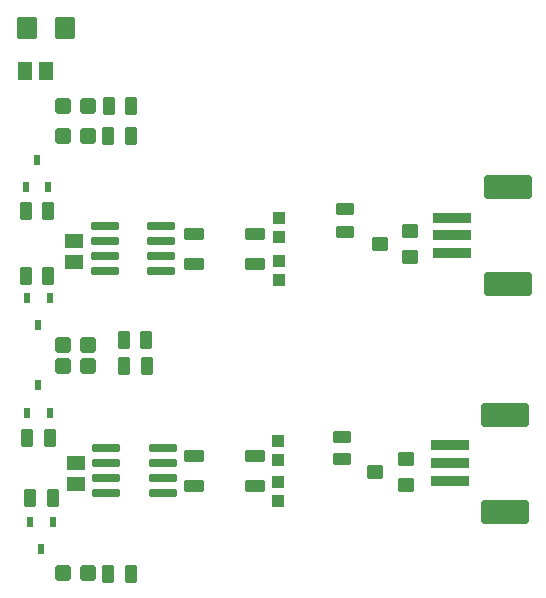
<source format=gtp>
G04*
G04 #@! TF.GenerationSoftware,Altium Limited,Altium Designer,19.1.7 (138)*
G04*
G04 Layer_Color=8421504*
%FSAX25Y25*%
%MOIN*%
G70*
G01*
G75*
G04:AMPARAMS|DCode=14|XSize=47.24mil|YSize=55.12mil|CornerRadius=4.72mil|HoleSize=0mil|Usage=FLASHONLY|Rotation=270.000|XOffset=0mil|YOffset=0mil|HoleType=Round|Shape=RoundedRectangle|*
%AMROUNDEDRECTD14*
21,1,0.04724,0.04567,0,0,270.0*
21,1,0.03780,0.05512,0,0,270.0*
1,1,0.00945,-0.02284,-0.01890*
1,1,0.00945,-0.02284,0.01890*
1,1,0.00945,0.02284,0.01890*
1,1,0.00945,0.02284,-0.01890*
%
%ADD14ROUNDEDRECTD14*%
G04:AMPARAMS|DCode=15|XSize=24.61mil|YSize=93.5mil|CornerRadius=2.46mil|HoleSize=0mil|Usage=FLASHONLY|Rotation=90.000|XOffset=0mil|YOffset=0mil|HoleType=Round|Shape=RoundedRectangle|*
%AMROUNDEDRECTD15*
21,1,0.02461,0.08858,0,0,90.0*
21,1,0.01968,0.09350,0,0,90.0*
1,1,0.00492,0.04429,0.00984*
1,1,0.00492,0.04429,-0.00984*
1,1,0.00492,-0.04429,-0.00984*
1,1,0.00492,-0.04429,0.00984*
%
%ADD15ROUNDEDRECTD15*%
G04:AMPARAMS|DCode=16|XSize=41.34mil|YSize=59.06mil|CornerRadius=4.13mil|HoleSize=0mil|Usage=FLASHONLY|Rotation=0.000|XOffset=0mil|YOffset=0mil|HoleType=Round|Shape=RoundedRectangle|*
%AMROUNDEDRECTD16*
21,1,0.04134,0.05079,0,0,0.0*
21,1,0.03307,0.05906,0,0,0.0*
1,1,0.00827,0.01654,-0.02539*
1,1,0.00827,-0.01654,-0.02539*
1,1,0.00827,-0.01654,0.02539*
1,1,0.00827,0.01654,0.02539*
%
%ADD16ROUNDEDRECTD16*%
G04:AMPARAMS|DCode=17|XSize=41.34mil|YSize=59.06mil|CornerRadius=4.13mil|HoleSize=0mil|Usage=FLASHONLY|Rotation=90.000|XOffset=0mil|YOffset=0mil|HoleType=Round|Shape=RoundedRectangle|*
%AMROUNDEDRECTD17*
21,1,0.04134,0.05079,0,0,90.0*
21,1,0.03307,0.05906,0,0,90.0*
1,1,0.00827,0.02539,0.01654*
1,1,0.00827,0.02539,-0.01654*
1,1,0.00827,-0.02539,-0.01654*
1,1,0.00827,-0.02539,0.01654*
%
%ADD17ROUNDEDRECTD17*%
%ADD18R,0.02362X0.03543*%
G04:AMPARAMS|DCode=19|XSize=35.43mil|YSize=125.98mil|CornerRadius=3.54mil|HoleSize=0mil|Usage=FLASHONLY|Rotation=90.000|XOffset=0mil|YOffset=0mil|HoleType=Round|Shape=RoundedRectangle|*
%AMROUNDEDRECTD19*
21,1,0.03543,0.11890,0,0,90.0*
21,1,0.02835,0.12598,0,0,90.0*
1,1,0.00709,0.05945,0.01417*
1,1,0.00709,0.05945,-0.01417*
1,1,0.00709,-0.05945,-0.01417*
1,1,0.00709,-0.05945,0.01417*
%
%ADD19ROUNDEDRECTD19*%
G04:AMPARAMS|DCode=20|XSize=78.74mil|YSize=157.48mil|CornerRadius=7.87mil|HoleSize=0mil|Usage=FLASHONLY|Rotation=90.000|XOffset=0mil|YOffset=0mil|HoleType=Round|Shape=RoundedRectangle|*
%AMROUNDEDRECTD20*
21,1,0.07874,0.14173,0,0,90.0*
21,1,0.06299,0.15748,0,0,90.0*
1,1,0.01575,0.07087,0.03150*
1,1,0.01575,0.07087,-0.03150*
1,1,0.01575,-0.07087,-0.03150*
1,1,0.01575,-0.07087,0.03150*
%
%ADD20ROUNDEDRECTD20*%
G04:AMPARAMS|DCode=21|XSize=51.18mil|YSize=51.18mil|CornerRadius=5.12mil|HoleSize=0mil|Usage=FLASHONLY|Rotation=180.000|XOffset=0mil|YOffset=0mil|HoleType=Round|Shape=RoundedRectangle|*
%AMROUNDEDRECTD21*
21,1,0.05118,0.04095,0,0,180.0*
21,1,0.04095,0.05118,0,0,180.0*
1,1,0.01024,-0.02047,0.02047*
1,1,0.01024,0.02047,0.02047*
1,1,0.01024,0.02047,-0.02047*
1,1,0.01024,-0.02047,-0.02047*
%
%ADD21ROUNDEDRECTD21*%
G04:AMPARAMS|DCode=22|XSize=66.93mil|YSize=37.4mil|CornerRadius=3.74mil|HoleSize=0mil|Usage=FLASHONLY|Rotation=0.000|XOffset=0mil|YOffset=0mil|HoleType=Round|Shape=RoundedRectangle|*
%AMROUNDEDRECTD22*
21,1,0.06693,0.02992,0,0,0.0*
21,1,0.05945,0.03740,0,0,0.0*
1,1,0.00748,0.02972,-0.01496*
1,1,0.00748,-0.02972,-0.01496*
1,1,0.00748,-0.02972,0.01496*
1,1,0.00748,0.02972,0.01496*
%
%ADD22ROUNDEDRECTD22*%
G04:AMPARAMS|DCode=23|XSize=74.8mil|YSize=68.9mil|CornerRadius=6.89mil|HoleSize=0mil|Usage=FLASHONLY|Rotation=270.000|XOffset=0mil|YOffset=0mil|HoleType=Round|Shape=RoundedRectangle|*
%AMROUNDEDRECTD23*
21,1,0.07480,0.05512,0,0,270.0*
21,1,0.06102,0.06890,0,0,270.0*
1,1,0.01378,-0.02756,-0.03051*
1,1,0.01378,-0.02756,0.03051*
1,1,0.01378,0.02756,0.03051*
1,1,0.01378,0.02756,-0.03051*
%
%ADD23ROUNDEDRECTD23*%
G04:AMPARAMS|DCode=24|XSize=49.21mil|YSize=62.99mil|CornerRadius=4.92mil|HoleSize=0mil|Usage=FLASHONLY|Rotation=270.000|XOffset=0mil|YOffset=0mil|HoleType=Round|Shape=RoundedRectangle|*
%AMROUNDEDRECTD24*
21,1,0.04921,0.05315,0,0,270.0*
21,1,0.03937,0.06299,0,0,270.0*
1,1,0.00984,-0.02657,-0.01968*
1,1,0.00984,-0.02657,0.01968*
1,1,0.00984,0.02657,0.01968*
1,1,0.00984,0.02657,-0.01968*
%
%ADD24ROUNDEDRECTD24*%
G04:AMPARAMS|DCode=25|XSize=43.31mil|YSize=39.37mil|CornerRadius=3.94mil|HoleSize=0mil|Usage=FLASHONLY|Rotation=180.000|XOffset=0mil|YOffset=0mil|HoleType=Round|Shape=RoundedRectangle|*
%AMROUNDEDRECTD25*
21,1,0.04331,0.03150,0,0,180.0*
21,1,0.03543,0.03937,0,0,180.0*
1,1,0.00787,-0.01772,0.01575*
1,1,0.00787,0.01772,0.01575*
1,1,0.00787,0.01772,-0.01575*
1,1,0.00787,-0.01772,-0.01575*
%
%ADD25ROUNDEDRECTD25*%
G04:AMPARAMS|DCode=26|XSize=49.21mil|YSize=62.99mil|CornerRadius=4.92mil|HoleSize=0mil|Usage=FLASHONLY|Rotation=180.000|XOffset=0mil|YOffset=0mil|HoleType=Round|Shape=RoundedRectangle|*
%AMROUNDEDRECTD26*
21,1,0.04921,0.05315,0,0,180.0*
21,1,0.03937,0.06299,0,0,180.0*
1,1,0.00984,-0.01968,0.02657*
1,1,0.00984,0.01968,0.02657*
1,1,0.00984,0.01968,-0.02657*
1,1,0.00984,-0.01968,-0.02657*
%
%ADD26ROUNDEDRECTD26*%
D14*
X0168718Y0050908D02*
D03*
Y0059569D02*
D03*
X0158482Y0055239D02*
D03*
X0170218Y0126729D02*
D03*
Y0135390D02*
D03*
X0159982Y0131060D02*
D03*
D15*
X0068751Y0063039D02*
D03*
Y0058039D02*
D03*
Y0053039D02*
D03*
Y0048039D02*
D03*
X0087649Y0063039D02*
D03*
Y0058039D02*
D03*
Y0053039D02*
D03*
Y0048039D02*
D03*
X0068251Y0137039D02*
D03*
Y0132039D02*
D03*
Y0127039D02*
D03*
Y0122039D02*
D03*
X0087149Y0137039D02*
D03*
Y0132039D02*
D03*
Y0127039D02*
D03*
Y0122039D02*
D03*
D16*
X0050960Y0046539D02*
D03*
X0043440D02*
D03*
X0042440Y0066539D02*
D03*
X0049960D02*
D03*
X0049460Y0120539D02*
D03*
X0041940D02*
D03*
Y0142039D02*
D03*
X0049460D02*
D03*
X0077214Y0177189D02*
D03*
X0069695D02*
D03*
X0077039Y0021289D02*
D03*
X0069520D02*
D03*
X0082360Y0090339D02*
D03*
X0074840D02*
D03*
X0082160Y0099239D02*
D03*
X0074640D02*
D03*
X0076974Y0167189D02*
D03*
X0069454D02*
D03*
D17*
X0147500Y0066960D02*
D03*
Y0059440D02*
D03*
X0148500Y0142760D02*
D03*
Y0135240D02*
D03*
D18*
X0050940Y0038566D02*
D03*
X0043460D02*
D03*
X0047200Y0029511D02*
D03*
X0042460Y0074984D02*
D03*
X0049940D02*
D03*
X0046200Y0084039D02*
D03*
X0049940Y0113066D02*
D03*
X0042460D02*
D03*
X0046200Y0104011D02*
D03*
X0041960Y0150011D02*
D03*
X0049440D02*
D03*
X0045700Y0159066D02*
D03*
D19*
X0183300Y0052200D02*
D03*
Y0058105D02*
D03*
Y0064011D02*
D03*
X0184100Y0128094D02*
D03*
Y0134000D02*
D03*
Y0139906D02*
D03*
D20*
X0201804Y0074247D02*
D03*
Y0041964D02*
D03*
X0202604Y0150142D02*
D03*
Y0117858D02*
D03*
D21*
X0062722Y0177189D02*
D03*
X0054454D02*
D03*
X0062722Y0021389D02*
D03*
X0054454D02*
D03*
X0062722Y0090339D02*
D03*
X0054454D02*
D03*
X0062722Y0097339D02*
D03*
X0054454D02*
D03*
X0062722Y0167189D02*
D03*
X0054454D02*
D03*
D22*
X0098161Y0050617D02*
D03*
X0118239D02*
D03*
Y0060460D02*
D03*
X0098161D02*
D03*
Y0124617D02*
D03*
X0118239D02*
D03*
Y0134460D02*
D03*
X0098161D02*
D03*
D23*
X0042380Y0203089D02*
D03*
X0054979D02*
D03*
D24*
X0058700Y0058039D02*
D03*
Y0050991D02*
D03*
X0058200Y0132062D02*
D03*
Y0125015D02*
D03*
D25*
X0126100Y0051750D02*
D03*
Y0045450D02*
D03*
Y0059050D02*
D03*
Y0065350D02*
D03*
X0126300Y0125550D02*
D03*
Y0119250D02*
D03*
Y0133450D02*
D03*
Y0139750D02*
D03*
D26*
X0048747Y0188839D02*
D03*
X0041700D02*
D03*
M02*

</source>
